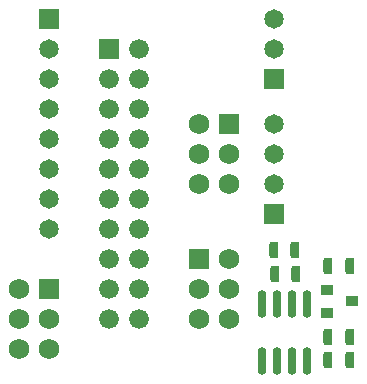
<source format=gts>
G04 Layer_Color=8388736*
%FSLAX25Y25*%
%MOIN*%
G70*
G01*
G75*
G04:AMPARAMS|DCode=29|XSize=56mil|YSize=30mil|CornerRadius=9mil|HoleSize=0mil|Usage=FLASHONLY|Rotation=90.000|XOffset=0mil|YOffset=0mil|HoleType=Round|Shape=RoundedRectangle|*
%AMROUNDEDRECTD29*
21,1,0.05600,0.01200,0,0,90.0*
21,1,0.03800,0.03000,0,0,90.0*
1,1,0.01800,0.00600,0.01900*
1,1,0.01800,0.00600,-0.01900*
1,1,0.01800,-0.00600,-0.01900*
1,1,0.01800,-0.00600,0.01900*
%
%ADD29ROUNDEDRECTD29*%
%ADD30O,0.02962X0.09261*%
%ADD31R,0.04143X0.03750*%
%ADD32C,0.06899*%
%ADD33R,0.06899X0.06899*%
%ADD34C,0.06506*%
%ADD35R,0.06506X0.06506*%
%ADD36C,0.06584*%
%ADD37R,0.06584X0.06584*%
D29*
X433071Y246063D02*
D03*
X440271D02*
D03*
X433071Y253937D02*
D03*
X440271D02*
D03*
X422104Y282913D02*
D03*
X414904D02*
D03*
X415241Y275039D02*
D03*
X422441D02*
D03*
X433071Y277559D02*
D03*
X440271D02*
D03*
D30*
X411004Y245905D02*
D03*
X416004D02*
D03*
X421004D02*
D03*
X426004D02*
D03*
X411004Y264803D02*
D03*
X416004D02*
D03*
X421004D02*
D03*
X426004D02*
D03*
D31*
X441002Y265748D02*
D03*
X432734Y262008D02*
D03*
Y269488D02*
D03*
D32*
X400000Y280000D02*
D03*
X390000Y260000D02*
D03*
Y270000D02*
D03*
X400000D02*
D03*
Y260000D02*
D03*
X330000Y270000D02*
D03*
X340000Y250000D02*
D03*
Y260000D02*
D03*
X330000D02*
D03*
Y250000D02*
D03*
X390000Y325000D02*
D03*
X400000Y305000D02*
D03*
Y315000D02*
D03*
X390000D02*
D03*
Y305000D02*
D03*
D33*
Y280000D02*
D03*
X340000Y270000D02*
D03*
X400000Y325000D02*
D03*
D34*
X415000D02*
D03*
Y315000D02*
D03*
Y305000D02*
D03*
Y350000D02*
D03*
Y360000D02*
D03*
X340000Y350000D02*
D03*
Y340000D02*
D03*
Y330000D02*
D03*
Y320000D02*
D03*
Y310000D02*
D03*
Y300000D02*
D03*
Y290000D02*
D03*
D35*
X415000Y295000D02*
D03*
Y340000D02*
D03*
X340000Y360000D02*
D03*
D36*
X370000Y260000D02*
D03*
X360000D02*
D03*
X370000Y270000D02*
D03*
X360000D02*
D03*
X370000Y280000D02*
D03*
X360000D02*
D03*
X370000Y290000D02*
D03*
X360000D02*
D03*
X370000Y300000D02*
D03*
X360000D02*
D03*
X370000Y310000D02*
D03*
X360000D02*
D03*
X370000Y320000D02*
D03*
X360000D02*
D03*
X370000Y330000D02*
D03*
X360000D02*
D03*
X370000Y340000D02*
D03*
X360000D02*
D03*
X370000Y350000D02*
D03*
D37*
X360000D02*
D03*
M02*

</source>
